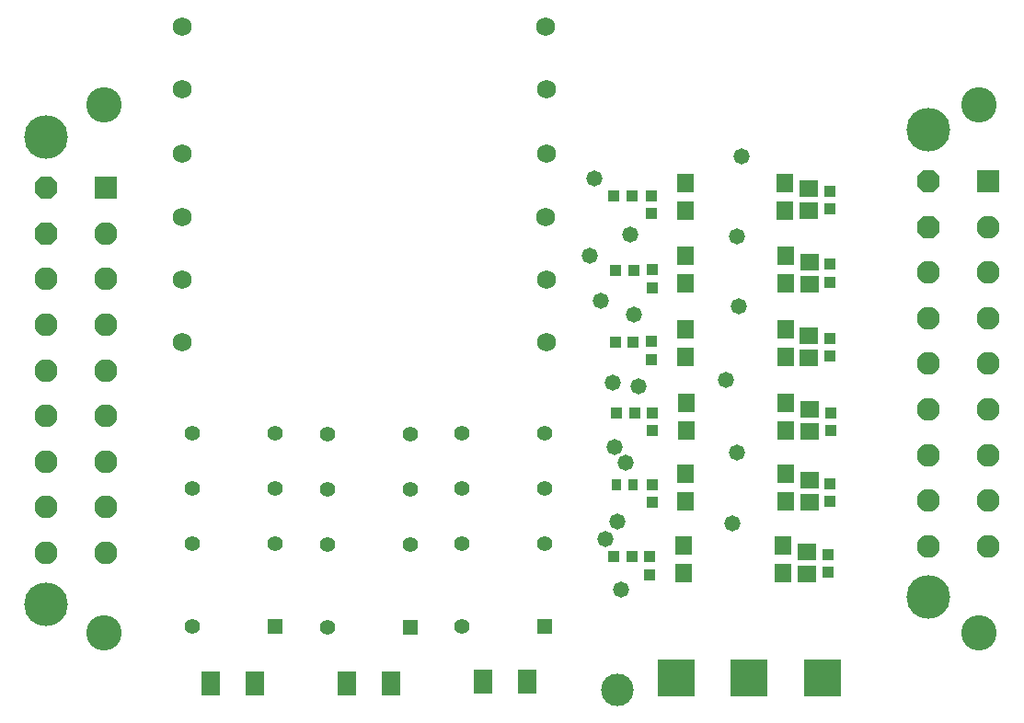
<source format=gts>
G04*
G04 #@! TF.GenerationSoftware,Altium Limited,Altium Designer,21.8.1 (53)*
G04*
G04 Layer_Color=8388736*
%FSLAX25Y25*%
%MOIN*%
G70*
G04*
G04 #@! TF.SameCoordinates,729F89BC-3EE5-4BC6-91F8-0038CAF30645*
G04*
G04*
G04 #@! TF.FilePolarity,Negative*
G04*
G01*
G75*
%ADD20R,0.07000X0.08500*%
%ADD21R,0.03556X0.04343*%
%ADD22R,0.04343X0.04147*%
%ADD23R,0.07100X0.06000*%
%ADD24R,0.05918X0.06706*%
%ADD25R,0.04147X0.04343*%
%ADD26C,0.08300*%
%ADD27R,0.08300X0.08300*%
%ADD28P,0.08984X8X202.5*%
%ADD29C,0.06800*%
%ADD30C,0.11811*%
%ADD31R,0.13189X0.13189*%
%ADD32C,0.05512*%
%ADD33R,0.05512X0.05512*%
%ADD34C,0.15800*%
%ADD35C,0.05800*%
%ADD36C,0.12800*%
D20*
X180500Y25700D02*
D03*
X196500D02*
D03*
X131250Y25200D02*
D03*
X147250D02*
D03*
X82000D02*
D03*
X98000D02*
D03*
D21*
X228947Y97300D02*
D03*
X234853D02*
D03*
D22*
X306200Y203548D02*
D03*
Y197052D02*
D03*
X306400Y97648D02*
D03*
Y91152D02*
D03*
X241900Y97248D02*
D03*
Y90752D02*
D03*
X306500Y123248D02*
D03*
Y116752D02*
D03*
X242000Y123248D02*
D03*
Y116752D02*
D03*
X305500Y71848D02*
D03*
Y65352D02*
D03*
X241000Y71048D02*
D03*
Y64552D02*
D03*
X306300Y150248D02*
D03*
Y143752D02*
D03*
X241800Y149048D02*
D03*
Y142552D02*
D03*
X306400Y177048D02*
D03*
Y170552D02*
D03*
X241900Y175048D02*
D03*
Y168552D02*
D03*
X241700Y201948D02*
D03*
Y195452D02*
D03*
D23*
X298900Y98800D02*
D03*
Y90863D02*
D03*
X299000Y124500D02*
D03*
Y116563D02*
D03*
X298000Y72900D02*
D03*
Y64963D02*
D03*
X298800Y151200D02*
D03*
Y143263D02*
D03*
X298900Y177800D02*
D03*
Y169863D02*
D03*
X298700Y204400D02*
D03*
Y196463D02*
D03*
D24*
X254090Y91000D02*
D03*
Y101000D02*
D03*
X290310D02*
D03*
Y91000D02*
D03*
X254190Y116700D02*
D03*
Y126700D02*
D03*
X290410D02*
D03*
Y116700D02*
D03*
X253190Y65100D02*
D03*
Y75100D02*
D03*
X289410D02*
D03*
Y65100D02*
D03*
X253990Y143400D02*
D03*
Y153400D02*
D03*
X290210D02*
D03*
Y143400D02*
D03*
X254090Y170000D02*
D03*
Y180000D02*
D03*
X290310D02*
D03*
Y170000D02*
D03*
X253890Y196600D02*
D03*
Y206600D02*
D03*
X290110D02*
D03*
Y196600D02*
D03*
D25*
X235548Y123100D02*
D03*
X229052D02*
D03*
X234648Y71000D02*
D03*
X228152D02*
D03*
X235048Y148900D02*
D03*
X228552D02*
D03*
X235248Y174700D02*
D03*
X228752D02*
D03*
X234648Y201800D02*
D03*
X228152D02*
D03*
D26*
X363800Y74840D02*
D03*
Y91380D02*
D03*
Y107920D02*
D03*
Y124460D02*
D03*
Y141000D02*
D03*
Y157540D02*
D03*
Y174080D02*
D03*
Y190620D02*
D03*
X342100Y74840D02*
D03*
Y91380D02*
D03*
Y107920D02*
D03*
Y124460D02*
D03*
Y141000D02*
D03*
Y157540D02*
D03*
Y174080D02*
D03*
X22400Y171700D02*
D03*
Y155160D02*
D03*
Y138620D02*
D03*
Y122080D02*
D03*
Y105540D02*
D03*
Y89000D02*
D03*
Y72460D02*
D03*
X44100Y188240D02*
D03*
Y171700D02*
D03*
Y155160D02*
D03*
Y138620D02*
D03*
Y122080D02*
D03*
Y105540D02*
D03*
Y89000D02*
D03*
Y72460D02*
D03*
D27*
X363800Y207160D02*
D03*
X44100Y204780D02*
D03*
D28*
X342100Y190620D02*
D03*
Y207160D02*
D03*
X22400Y204780D02*
D03*
Y188240D02*
D03*
D29*
X203600Y148800D02*
D03*
X71700D02*
D03*
X203600Y171400D02*
D03*
X71700D02*
D03*
X203400Y194000D02*
D03*
X71500D02*
D03*
X203600Y240500D02*
D03*
X71700D02*
D03*
X203400Y263200D02*
D03*
X71500D02*
D03*
X203540Y217300D02*
D03*
X71640D02*
D03*
D30*
X229484Y22969D02*
D03*
D31*
X250744Y27300D02*
D03*
X277122D02*
D03*
X303500D02*
D03*
D32*
X173000Y75700D02*
D03*
Y95700D02*
D03*
Y115700D02*
D03*
X203000D02*
D03*
Y95700D02*
D03*
Y75700D02*
D03*
X173000Y45700D02*
D03*
X124188Y75448D02*
D03*
Y95448D02*
D03*
Y115448D02*
D03*
X154188D02*
D03*
Y95448D02*
D03*
Y75448D02*
D03*
X124188Y45448D02*
D03*
X75375Y75700D02*
D03*
Y95700D02*
D03*
Y115700D02*
D03*
X105375D02*
D03*
Y95700D02*
D03*
Y75700D02*
D03*
X75375Y45700D02*
D03*
D33*
X203000D02*
D03*
X154188Y45448D02*
D03*
X105375Y45700D02*
D03*
D34*
X22400Y53980D02*
D03*
Y223280D02*
D03*
X342100Y56360D02*
D03*
Y225660D02*
D03*
D35*
X274400Y216100D02*
D03*
X232400Y105200D02*
D03*
X229300Y83700D02*
D03*
X225000Y77400D02*
D03*
X221000Y208100D02*
D03*
X235200Y158700D02*
D03*
X223400Y163700D02*
D03*
X237000Y132800D02*
D03*
X271100Y83000D02*
D03*
X272700Y108900D02*
D03*
X272600Y187300D02*
D03*
X273400Y161900D02*
D03*
X268600Y135100D02*
D03*
X230700Y59100D02*
D03*
X228400Y110700D02*
D03*
X227800Y134100D02*
D03*
X233900Y187700D02*
D03*
X219300Y180100D02*
D03*
D36*
X43200Y234850D02*
D03*
X360400Y43350D02*
D03*
Y234850D02*
D03*
X43200Y43350D02*
D03*
M02*

</source>
